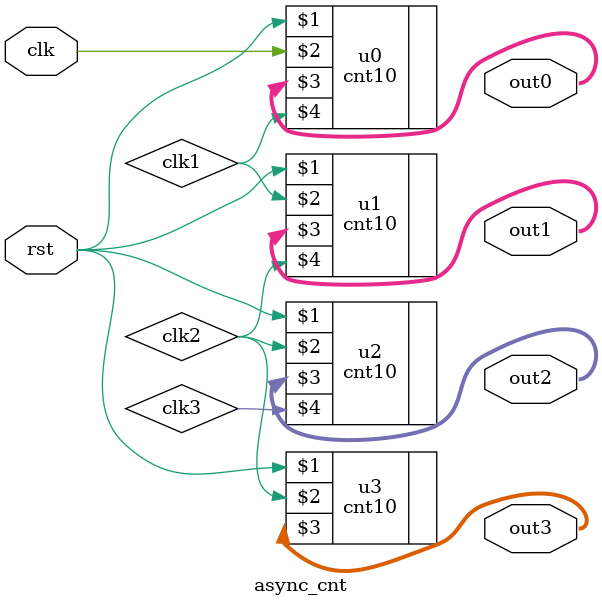
<source format=v>
module async_cnt (
    rst,
    clk,
    out0,
    out1,
    out2,
    out3
);

  input rst, clk;
  output [3:0] out0, out1, out2, out3;
  wire clk1, clk2, clk3;

  cnt10 u0 (
      rst,
      clk,
      out0,
      clk1
  );
  cnt10 u1 (
      rst,
      clk1,
      out1,
      clk2
  );
  cnt10 u2 (
      rst,
      clk2,
      out2,
      clk3
  );
  cnt10 u3 (
      rst,
      clk2,
      out3
  );

endmodule

</source>
